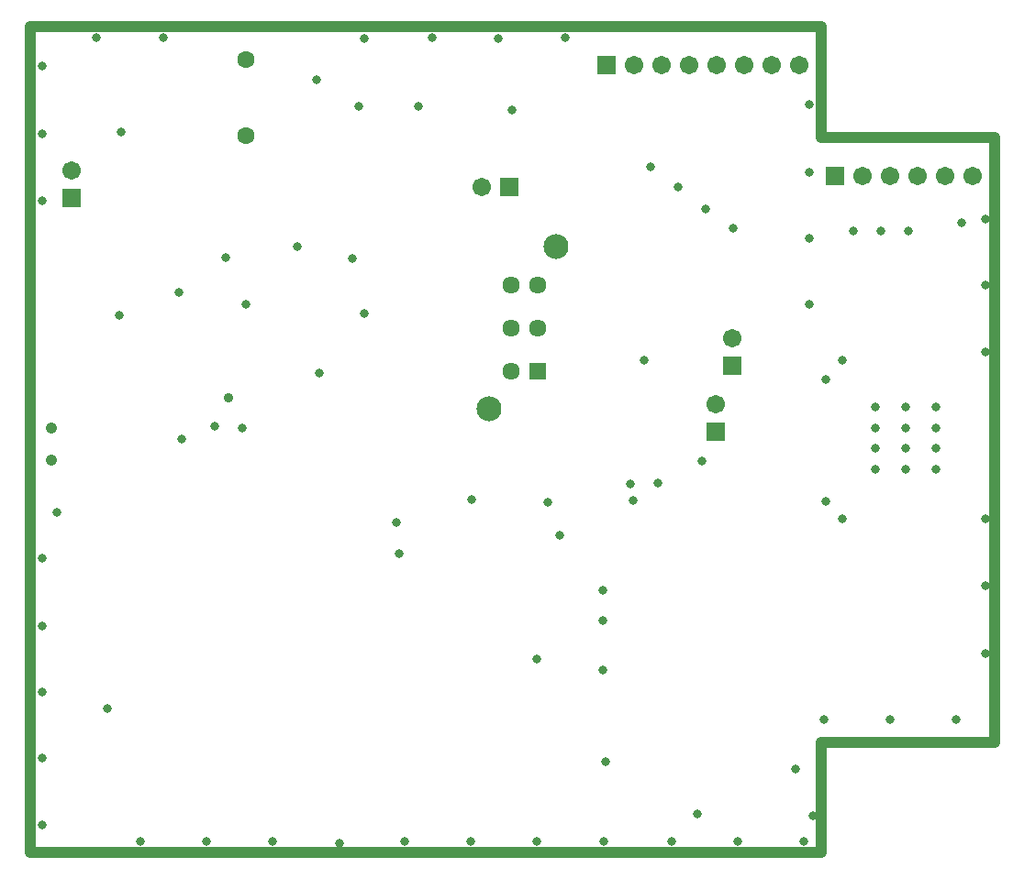
<source format=gbs>
G04 Layer_Color=16711935*
%FSLAX25Y25*%
%MOIN*%
G70*
G01*
G75*
%ADD43C,0.04000*%
%ADD88C,0.06312*%
%ADD89R,0.06706X0.06706*%
%ADD90C,0.06706*%
%ADD91C,0.06343*%
%ADD92R,0.06343X0.06343*%
%ADD93C,0.09068*%
%ADD94R,0.06706X0.06706*%
%ADD95C,0.04147*%
%ADD96C,0.03600*%
%ADD97C,0.03200*%
D43*
X350500Y40000D02*
Y260000D01*
X0Y0D02*
Y300500D01*
X287500D01*
X0Y0D02*
X287500D01*
Y260000D02*
Y300500D01*
Y260000D02*
X350500D01*
X342500Y40000D02*
X350500D01*
X287500D02*
X342500D01*
X287500Y0D02*
Y40000D01*
D88*
X78500Y288280D02*
D03*
Y260720D02*
D03*
D89*
X292500Y246000D02*
D03*
X209500Y286500D02*
D03*
X174000Y242000D02*
D03*
D90*
X302500Y246000D02*
D03*
X312500D02*
D03*
X322500D02*
D03*
X332500D02*
D03*
X342500D02*
D03*
X15000Y248000D02*
D03*
X219500Y286500D02*
D03*
X229500D02*
D03*
X239500D02*
D03*
X249500D02*
D03*
X259500D02*
D03*
X269500D02*
D03*
X279500D02*
D03*
X164000Y242000D02*
D03*
X249000Y163000D02*
D03*
X255000Y187000D02*
D03*
D91*
X174657Y206500D02*
D03*
Y190752D02*
D03*
Y175004D02*
D03*
X184500Y206500D02*
D03*
Y190752D02*
D03*
D92*
Y175004D02*
D03*
D93*
X191193Y220280D02*
D03*
X166783Y161224D02*
D03*
D94*
X15000Y238000D02*
D03*
X249000Y153000D02*
D03*
X255000Y177000D02*
D03*
D95*
X7882Y154405D02*
D03*
Y142595D02*
D03*
D96*
X72000Y165500D02*
D03*
D97*
X283000Y199500D02*
D03*
X192500Y115500D02*
D03*
X67000Y155000D02*
D03*
X117000Y216000D02*
D03*
X97000Y220500D02*
D03*
X134244Y108744D02*
D03*
X119500Y271500D02*
D03*
X141000D02*
D03*
X278000Y30500D02*
D03*
X77300Y154500D02*
D03*
X255500Y227000D02*
D03*
X245500Y234000D02*
D03*
X235500Y242000D02*
D03*
X225500Y249500D02*
D03*
X295000Y121500D02*
D03*
X218000Y134000D02*
D03*
X228000Y134500D02*
D03*
X244000Y142500D02*
D03*
X295000Y179000D02*
D03*
X347000Y121500D02*
D03*
X160516Y128484D02*
D03*
X71000Y216500D02*
D03*
X208000Y84500D02*
D03*
X121500Y196000D02*
D03*
X104000Y281000D02*
D03*
X78500Y199500D02*
D03*
X33000Y262000D02*
D03*
X32500Y195500D02*
D03*
X133000Y120000D02*
D03*
X105000Y174300D02*
D03*
X9744Y123744D02*
D03*
X55000Y150300D02*
D03*
X54000Y203800D02*
D03*
X208000Y95500D02*
D03*
Y66500D02*
D03*
X223000Y179000D02*
D03*
X188000Y127500D02*
D03*
X219000Y128000D02*
D03*
X209000Y33000D02*
D03*
X174969Y270031D02*
D03*
X28000Y52500D02*
D03*
X184000Y70500D02*
D03*
X329000Y162000D02*
D03*
Y154500D02*
D03*
Y139500D02*
D03*
Y147000D02*
D03*
X318000D02*
D03*
Y139500D02*
D03*
Y154500D02*
D03*
Y162000D02*
D03*
X307000Y147000D02*
D03*
Y139500D02*
D03*
Y154500D02*
D03*
Y162000D02*
D03*
X347000Y97000D02*
D03*
Y72500D02*
D03*
X281000Y4000D02*
D03*
X288500Y48500D02*
D03*
X284500Y13500D02*
D03*
X257000Y4000D02*
D03*
X233000D02*
D03*
X136000D02*
D03*
X160000D02*
D03*
X184000D02*
D03*
X208500D02*
D03*
X40000D02*
D03*
X64000D02*
D03*
X88000D02*
D03*
X4500Y34500D02*
D03*
Y58500D02*
D03*
Y82500D02*
D03*
Y10000D02*
D03*
Y107000D02*
D03*
Y237000D02*
D03*
Y286000D02*
D03*
Y261500D02*
D03*
X48500Y296500D02*
D03*
X24000D02*
D03*
X121500Y296000D02*
D03*
X146000Y296500D02*
D03*
X170000Y296000D02*
D03*
X194500Y296500D02*
D03*
X283000Y272000D02*
D03*
Y247500D02*
D03*
X347000Y182000D02*
D03*
X112500Y3500D02*
D03*
X289000Y172000D02*
D03*
Y127756D02*
D03*
X347000Y206500D02*
D03*
Y230500D02*
D03*
X312500Y48500D02*
D03*
X336500D02*
D03*
X299000Y226000D02*
D03*
X309000D02*
D03*
X319000D02*
D03*
X338500Y229000D02*
D03*
X242500Y14000D02*
D03*
X283000Y223500D02*
D03*
M02*

</source>
